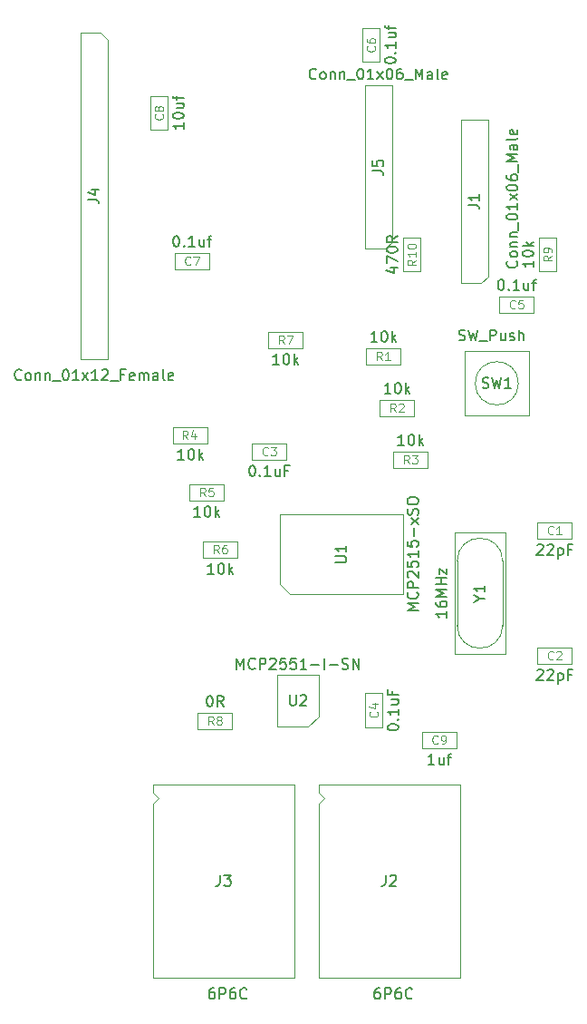
<source format=gbr>
G04 #@! TF.GenerationSoftware,KiCad,Pcbnew,(5.1.4)-1*
G04 #@! TF.CreationDate,2019-11-01T17:51:28+00:00*
G04 #@! TF.ProjectId,canbus_boiler_switch,63616e62-7573-45f6-926f-696c65725f73,rev?*
G04 #@! TF.SameCoordinates,Original*
G04 #@! TF.FileFunction,Other,Fab,Top*
%FSLAX46Y46*%
G04 Gerber Fmt 4.6, Leading zero omitted, Abs format (unit mm)*
G04 Created by KiCad (PCBNEW (5.1.4)-1) date 2019-11-01 17:51:28*
%MOMM*%
%LPD*%
G04 APERTURE LIST*
%ADD10C,0.100000*%
%ADD11C,0.150000*%
%ADD12C,0.120000*%
G04 APERTURE END LIST*
D10*
X82720000Y-148335000D02*
X82085000Y-148970000D01*
X82720000Y-133730000D02*
X82720000Y-148335000D01*
X80180000Y-133730000D02*
X82720000Y-133730000D01*
X80180000Y-148970000D02*
X80180000Y-133730000D01*
X82085000Y-148970000D02*
X80180000Y-148970000D01*
X88817000Y-184117000D02*
G75*
G03X93047000Y-184117000I2115000J0D01*
G01*
X88817000Y-178087000D02*
G75*
G02X93047000Y-178087000I2115000J0D01*
G01*
X88817000Y-178087000D02*
X88817000Y-184117000D01*
X93047000Y-178087000D02*
X93047000Y-184117000D01*
X93282000Y-186802000D02*
X93282000Y-175402000D01*
X88582000Y-186802000D02*
X93282000Y-186802000D01*
X88582000Y-175402000D02*
X88582000Y-186802000D01*
X93282000Y-175402000D02*
X88582000Y-175402000D01*
X60390000Y-216984000D02*
X60390000Y-200734000D01*
X60390000Y-198984000D02*
X73590000Y-198984000D01*
X73590000Y-198984000D02*
X73590000Y-216984000D01*
X73590000Y-216984000D02*
X60390000Y-216984000D01*
X60390000Y-200734000D02*
X60890000Y-200234000D01*
X60890000Y-200234000D02*
X60390000Y-199734000D01*
X60390000Y-199734000D02*
X60390000Y-198984000D01*
X75860000Y-216984000D02*
X75860000Y-200734000D01*
X75860000Y-198984000D02*
X89060000Y-198984000D01*
X89060000Y-198984000D02*
X89060000Y-216984000D01*
X89060000Y-216984000D02*
X75860000Y-216984000D01*
X75860000Y-200734000D02*
X76360000Y-200234000D01*
X76360000Y-200234000D02*
X75860000Y-199734000D01*
X75860000Y-199734000D02*
X75860000Y-198984000D01*
X75864000Y-192610000D02*
X74889000Y-193585000D01*
X75864000Y-188685000D02*
X75864000Y-192610000D01*
X71964000Y-188685000D02*
X75864000Y-188685000D01*
X71964000Y-193585000D02*
X71964000Y-188685000D01*
X74889000Y-193585000D02*
X71964000Y-193585000D01*
X94523564Y-161508000D02*
G75*
G03X94523564Y-161508000I-2015564J0D01*
G01*
X95508000Y-164508000D02*
X92508000Y-164508000D01*
X95508000Y-158508000D02*
X95508000Y-164508000D01*
X89508000Y-158508000D02*
X95508000Y-158508000D01*
X89508000Y-164508000D02*
X89508000Y-158508000D01*
X92508000Y-164508000D02*
X89508000Y-164508000D01*
X53594000Y-159258000D02*
X53594000Y-128778000D01*
X56134000Y-159258000D02*
X53594000Y-159258000D01*
X56134000Y-129413000D02*
X56134000Y-159258000D01*
X55499000Y-128778000D02*
X56134000Y-129413000D01*
X53594000Y-128778000D02*
X55499000Y-128778000D01*
X73203000Y-181218000D02*
X72203000Y-180218000D01*
X83753000Y-181218000D02*
X73203000Y-181218000D01*
X83753000Y-173718000D02*
X83753000Y-181218000D01*
X72203000Y-173718000D02*
X83753000Y-173718000D01*
X72203000Y-180218000D02*
X72203000Y-173718000D01*
X83782000Y-151076000D02*
X83782000Y-147876000D01*
X85382000Y-151076000D02*
X83782000Y-151076000D01*
X85382000Y-147876000D02*
X85382000Y-151076000D01*
X83782000Y-147876000D02*
X85382000Y-147876000D01*
X96482000Y-151076000D02*
X96482000Y-147876000D01*
X98082000Y-151076000D02*
X96482000Y-151076000D01*
X98082000Y-147876000D02*
X98082000Y-151076000D01*
X96482000Y-147876000D02*
X98082000Y-147876000D01*
X64564000Y-192240000D02*
X67764000Y-192240000D01*
X64564000Y-193840000D02*
X64564000Y-192240000D01*
X67764000Y-193840000D02*
X64564000Y-193840000D01*
X67764000Y-192240000D02*
X67764000Y-193840000D01*
X74368000Y-158280000D02*
X71168000Y-158280000D01*
X74368000Y-156680000D02*
X74368000Y-158280000D01*
X71168000Y-156680000D02*
X74368000Y-156680000D01*
X71168000Y-158280000D02*
X71168000Y-156680000D01*
X68272000Y-177838000D02*
X65072000Y-177838000D01*
X68272000Y-176238000D02*
X68272000Y-177838000D01*
X65072000Y-176238000D02*
X68272000Y-176238000D01*
X65072000Y-177838000D02*
X65072000Y-176238000D01*
X67002000Y-172504000D02*
X63802000Y-172504000D01*
X67002000Y-170904000D02*
X67002000Y-172504000D01*
X63802000Y-170904000D02*
X67002000Y-170904000D01*
X63802000Y-172504000D02*
X63802000Y-170904000D01*
X65478000Y-167170000D02*
X62278000Y-167170000D01*
X65478000Y-165570000D02*
X65478000Y-167170000D01*
X62278000Y-165570000D02*
X65478000Y-165570000D01*
X62278000Y-167170000D02*
X62278000Y-165570000D01*
X82852000Y-167856000D02*
X86052000Y-167856000D01*
X82852000Y-169456000D02*
X82852000Y-167856000D01*
X86052000Y-169456000D02*
X82852000Y-169456000D01*
X86052000Y-167856000D02*
X86052000Y-169456000D01*
X81588000Y-163030000D02*
X84788000Y-163030000D01*
X81588000Y-164630000D02*
X81588000Y-163030000D01*
X84788000Y-164630000D02*
X81588000Y-164630000D01*
X84788000Y-163030000D02*
X84788000Y-164630000D01*
X80318000Y-158204000D02*
X83518000Y-158204000D01*
X80318000Y-159804000D02*
X80318000Y-158204000D01*
X83518000Y-159804000D02*
X80318000Y-159804000D01*
X83518000Y-158204000D02*
X83518000Y-159804000D01*
X91694000Y-151511000D02*
X91059000Y-152146000D01*
X91694000Y-136906000D02*
X91694000Y-151511000D01*
X89154000Y-136906000D02*
X91694000Y-136906000D01*
X89154000Y-152146000D02*
X89154000Y-136906000D01*
X91059000Y-152146000D02*
X89154000Y-152146000D01*
X88722000Y-195618000D02*
X85522000Y-195618000D01*
X88722000Y-194018000D02*
X88722000Y-195618000D01*
X85522000Y-194018000D02*
X88722000Y-194018000D01*
X85522000Y-195618000D02*
X85522000Y-194018000D01*
X61760000Y-134668000D02*
X61760000Y-137868000D01*
X60160000Y-134668000D02*
X61760000Y-134668000D01*
X60160000Y-137868000D02*
X60160000Y-134668000D01*
X61760000Y-137868000D02*
X60160000Y-137868000D01*
X62408000Y-149314000D02*
X65608000Y-149314000D01*
X62408000Y-150914000D02*
X62408000Y-149314000D01*
X65608000Y-150914000D02*
X62408000Y-150914000D01*
X65608000Y-149314000D02*
X65608000Y-150914000D01*
X81572000Y-128318000D02*
X81572000Y-131518000D01*
X79972000Y-128318000D02*
X81572000Y-128318000D01*
X79972000Y-131518000D02*
X79972000Y-128318000D01*
X81572000Y-131518000D02*
X79972000Y-131518000D01*
X92758000Y-153378000D02*
X95958000Y-153378000D01*
X92758000Y-154978000D02*
X92758000Y-153378000D01*
X95958000Y-154978000D02*
X92758000Y-154978000D01*
X95958000Y-153378000D02*
X95958000Y-154978000D01*
X81826000Y-193624000D02*
X80226000Y-193624000D01*
X80226000Y-193624000D02*
X80226000Y-190424000D01*
X80226000Y-190424000D02*
X81826000Y-190424000D01*
X81826000Y-190424000D02*
X81826000Y-193624000D01*
X72844000Y-168694000D02*
X69644000Y-168694000D01*
X72844000Y-167094000D02*
X72844000Y-168694000D01*
X69644000Y-167094000D02*
X72844000Y-167094000D01*
X69644000Y-168694000D02*
X69644000Y-167094000D01*
X99520000Y-187744000D02*
X96320000Y-187744000D01*
X99520000Y-186144000D02*
X99520000Y-187744000D01*
X96320000Y-186144000D02*
X99520000Y-186144000D01*
X96320000Y-187744000D02*
X96320000Y-186144000D01*
X99520000Y-176060000D02*
X96320000Y-176060000D01*
X99520000Y-174460000D02*
X99520000Y-176060000D01*
X96320000Y-174460000D02*
X99520000Y-174460000D01*
X96320000Y-176060000D02*
X96320000Y-174460000D01*
D11*
X75616666Y-133027142D02*
X75569047Y-133074761D01*
X75426190Y-133122380D01*
X75330952Y-133122380D01*
X75188095Y-133074761D01*
X75092857Y-132979523D01*
X75045238Y-132884285D01*
X74997619Y-132693809D01*
X74997619Y-132550952D01*
X75045238Y-132360476D01*
X75092857Y-132265238D01*
X75188095Y-132170000D01*
X75330952Y-132122380D01*
X75426190Y-132122380D01*
X75569047Y-132170000D01*
X75616666Y-132217619D01*
X76188095Y-133122380D02*
X76092857Y-133074761D01*
X76045238Y-133027142D01*
X75997619Y-132931904D01*
X75997619Y-132646190D01*
X76045238Y-132550952D01*
X76092857Y-132503333D01*
X76188095Y-132455714D01*
X76330952Y-132455714D01*
X76426190Y-132503333D01*
X76473809Y-132550952D01*
X76521428Y-132646190D01*
X76521428Y-132931904D01*
X76473809Y-133027142D01*
X76426190Y-133074761D01*
X76330952Y-133122380D01*
X76188095Y-133122380D01*
X76950000Y-132455714D02*
X76950000Y-133122380D01*
X76950000Y-132550952D02*
X76997619Y-132503333D01*
X77092857Y-132455714D01*
X77235714Y-132455714D01*
X77330952Y-132503333D01*
X77378571Y-132598571D01*
X77378571Y-133122380D01*
X77854761Y-132455714D02*
X77854761Y-133122380D01*
X77854761Y-132550952D02*
X77902380Y-132503333D01*
X77997619Y-132455714D01*
X78140476Y-132455714D01*
X78235714Y-132503333D01*
X78283333Y-132598571D01*
X78283333Y-133122380D01*
X78521428Y-133217619D02*
X79283333Y-133217619D01*
X79711904Y-132122380D02*
X79807142Y-132122380D01*
X79902380Y-132170000D01*
X79950000Y-132217619D01*
X79997619Y-132312857D01*
X80045238Y-132503333D01*
X80045238Y-132741428D01*
X79997619Y-132931904D01*
X79950000Y-133027142D01*
X79902380Y-133074761D01*
X79807142Y-133122380D01*
X79711904Y-133122380D01*
X79616666Y-133074761D01*
X79569047Y-133027142D01*
X79521428Y-132931904D01*
X79473809Y-132741428D01*
X79473809Y-132503333D01*
X79521428Y-132312857D01*
X79569047Y-132217619D01*
X79616666Y-132170000D01*
X79711904Y-132122380D01*
X80997619Y-133122380D02*
X80426190Y-133122380D01*
X80711904Y-133122380D02*
X80711904Y-132122380D01*
X80616666Y-132265238D01*
X80521428Y-132360476D01*
X80426190Y-132408095D01*
X81330952Y-133122380D02*
X81854761Y-132455714D01*
X81330952Y-132455714D02*
X81854761Y-133122380D01*
X82426190Y-132122380D02*
X82521428Y-132122380D01*
X82616666Y-132170000D01*
X82664285Y-132217619D01*
X82711904Y-132312857D01*
X82759523Y-132503333D01*
X82759523Y-132741428D01*
X82711904Y-132931904D01*
X82664285Y-133027142D01*
X82616666Y-133074761D01*
X82521428Y-133122380D01*
X82426190Y-133122380D01*
X82330952Y-133074761D01*
X82283333Y-133027142D01*
X82235714Y-132931904D01*
X82188095Y-132741428D01*
X82188095Y-132503333D01*
X82235714Y-132312857D01*
X82283333Y-132217619D01*
X82330952Y-132170000D01*
X82426190Y-132122380D01*
X83616666Y-132122380D02*
X83426190Y-132122380D01*
X83330952Y-132170000D01*
X83283333Y-132217619D01*
X83188095Y-132360476D01*
X83140476Y-132550952D01*
X83140476Y-132931904D01*
X83188095Y-133027142D01*
X83235714Y-133074761D01*
X83330952Y-133122380D01*
X83521428Y-133122380D01*
X83616666Y-133074761D01*
X83664285Y-133027142D01*
X83711904Y-132931904D01*
X83711904Y-132693809D01*
X83664285Y-132598571D01*
X83616666Y-132550952D01*
X83521428Y-132503333D01*
X83330952Y-132503333D01*
X83235714Y-132550952D01*
X83188095Y-132598571D01*
X83140476Y-132693809D01*
X83902380Y-133217619D02*
X84664285Y-133217619D01*
X84902380Y-133122380D02*
X84902380Y-132122380D01*
X85235714Y-132836666D01*
X85569047Y-132122380D01*
X85569047Y-133122380D01*
X86473809Y-133122380D02*
X86473809Y-132598571D01*
X86426190Y-132503333D01*
X86330952Y-132455714D01*
X86140476Y-132455714D01*
X86045238Y-132503333D01*
X86473809Y-133074761D02*
X86378571Y-133122380D01*
X86140476Y-133122380D01*
X86045238Y-133074761D01*
X85997619Y-132979523D01*
X85997619Y-132884285D01*
X86045238Y-132789047D01*
X86140476Y-132741428D01*
X86378571Y-132741428D01*
X86473809Y-132693809D01*
X87092857Y-133122380D02*
X86997619Y-133074761D01*
X86950000Y-132979523D01*
X86950000Y-132122380D01*
X87854761Y-133074761D02*
X87759523Y-133122380D01*
X87569047Y-133122380D01*
X87473809Y-133074761D01*
X87426190Y-132979523D01*
X87426190Y-132598571D01*
X87473809Y-132503333D01*
X87569047Y-132455714D01*
X87759523Y-132455714D01*
X87854761Y-132503333D01*
X87902380Y-132598571D01*
X87902380Y-132693809D01*
X87426190Y-132789047D01*
X80902380Y-141683333D02*
X81616666Y-141683333D01*
X81759523Y-141730952D01*
X81854761Y-141826190D01*
X81902380Y-141969047D01*
X81902380Y-142064285D01*
X80902380Y-140730952D02*
X80902380Y-141207142D01*
X81378571Y-141254761D01*
X81330952Y-141207142D01*
X81283333Y-141111904D01*
X81283333Y-140873809D01*
X81330952Y-140778571D01*
X81378571Y-140730952D01*
X81473809Y-140683333D01*
X81711904Y-140683333D01*
X81807142Y-140730952D01*
X81854761Y-140778571D01*
X81902380Y-140873809D01*
X81902380Y-141111904D01*
X81854761Y-141207142D01*
X81807142Y-141254761D01*
X87834380Y-182792476D02*
X87834380Y-183363904D01*
X87834380Y-183078190D02*
X86834380Y-183078190D01*
X86977238Y-183173428D01*
X87072476Y-183268666D01*
X87120095Y-183363904D01*
X86834380Y-181935333D02*
X86834380Y-182125809D01*
X86882000Y-182221047D01*
X86929619Y-182268666D01*
X87072476Y-182363904D01*
X87262952Y-182411523D01*
X87643904Y-182411523D01*
X87739142Y-182363904D01*
X87786761Y-182316285D01*
X87834380Y-182221047D01*
X87834380Y-182030571D01*
X87786761Y-181935333D01*
X87739142Y-181887714D01*
X87643904Y-181840095D01*
X87405809Y-181840095D01*
X87310571Y-181887714D01*
X87262952Y-181935333D01*
X87215333Y-182030571D01*
X87215333Y-182221047D01*
X87262952Y-182316285D01*
X87310571Y-182363904D01*
X87405809Y-182411523D01*
X87834380Y-181411523D02*
X86834380Y-181411523D01*
X87548666Y-181078190D01*
X86834380Y-180744857D01*
X87834380Y-180744857D01*
X87834380Y-180268666D02*
X86834380Y-180268666D01*
X87310571Y-180268666D02*
X87310571Y-179697238D01*
X87834380Y-179697238D02*
X86834380Y-179697238D01*
X87167714Y-179316285D02*
X87167714Y-178792476D01*
X87834380Y-179316285D01*
X87834380Y-178792476D01*
X90908190Y-181578190D02*
X91384380Y-181578190D01*
X90384380Y-181911523D02*
X90908190Y-181578190D01*
X90384380Y-181244857D01*
X91384380Y-180387714D02*
X91384380Y-180959142D01*
X91384380Y-180673428D02*
X90384380Y-180673428D01*
X90527238Y-180768666D01*
X90622476Y-180863904D01*
X90670095Y-180959142D01*
X66074285Y-217966380D02*
X65883809Y-217966380D01*
X65788571Y-218014000D01*
X65740952Y-218061619D01*
X65645714Y-218204476D01*
X65598095Y-218394952D01*
X65598095Y-218775904D01*
X65645714Y-218871142D01*
X65693333Y-218918761D01*
X65788571Y-218966380D01*
X65979047Y-218966380D01*
X66074285Y-218918761D01*
X66121904Y-218871142D01*
X66169523Y-218775904D01*
X66169523Y-218537809D01*
X66121904Y-218442571D01*
X66074285Y-218394952D01*
X65979047Y-218347333D01*
X65788571Y-218347333D01*
X65693333Y-218394952D01*
X65645714Y-218442571D01*
X65598095Y-218537809D01*
X66598095Y-218966380D02*
X66598095Y-217966380D01*
X66979047Y-217966380D01*
X67074285Y-218014000D01*
X67121904Y-218061619D01*
X67169523Y-218156857D01*
X67169523Y-218299714D01*
X67121904Y-218394952D01*
X67074285Y-218442571D01*
X66979047Y-218490190D01*
X66598095Y-218490190D01*
X68026666Y-217966380D02*
X67836190Y-217966380D01*
X67740952Y-218014000D01*
X67693333Y-218061619D01*
X67598095Y-218204476D01*
X67550476Y-218394952D01*
X67550476Y-218775904D01*
X67598095Y-218871142D01*
X67645714Y-218918761D01*
X67740952Y-218966380D01*
X67931428Y-218966380D01*
X68026666Y-218918761D01*
X68074285Y-218871142D01*
X68121904Y-218775904D01*
X68121904Y-218537809D01*
X68074285Y-218442571D01*
X68026666Y-218394952D01*
X67931428Y-218347333D01*
X67740952Y-218347333D01*
X67645714Y-218394952D01*
X67598095Y-218442571D01*
X67550476Y-218537809D01*
X69121904Y-218871142D02*
X69074285Y-218918761D01*
X68931428Y-218966380D01*
X68836190Y-218966380D01*
X68693333Y-218918761D01*
X68598095Y-218823523D01*
X68550476Y-218728285D01*
X68502857Y-218537809D01*
X68502857Y-218394952D01*
X68550476Y-218204476D01*
X68598095Y-218109238D01*
X68693333Y-218014000D01*
X68836190Y-217966380D01*
X68931428Y-217966380D01*
X69074285Y-218014000D01*
X69121904Y-218061619D01*
X66646666Y-207426380D02*
X66646666Y-208140666D01*
X66599047Y-208283523D01*
X66503809Y-208378761D01*
X66360952Y-208426380D01*
X66265714Y-208426380D01*
X67027619Y-207426380D02*
X67646666Y-207426380D01*
X67313333Y-207807333D01*
X67456190Y-207807333D01*
X67551428Y-207854952D01*
X67599047Y-207902571D01*
X67646666Y-207997809D01*
X67646666Y-208235904D01*
X67599047Y-208331142D01*
X67551428Y-208378761D01*
X67456190Y-208426380D01*
X67170476Y-208426380D01*
X67075238Y-208378761D01*
X67027619Y-208331142D01*
X81544285Y-217966380D02*
X81353809Y-217966380D01*
X81258571Y-218014000D01*
X81210952Y-218061619D01*
X81115714Y-218204476D01*
X81068095Y-218394952D01*
X81068095Y-218775904D01*
X81115714Y-218871142D01*
X81163333Y-218918761D01*
X81258571Y-218966380D01*
X81449047Y-218966380D01*
X81544285Y-218918761D01*
X81591904Y-218871142D01*
X81639523Y-218775904D01*
X81639523Y-218537809D01*
X81591904Y-218442571D01*
X81544285Y-218394952D01*
X81449047Y-218347333D01*
X81258571Y-218347333D01*
X81163333Y-218394952D01*
X81115714Y-218442571D01*
X81068095Y-218537809D01*
X82068095Y-218966380D02*
X82068095Y-217966380D01*
X82449047Y-217966380D01*
X82544285Y-218014000D01*
X82591904Y-218061619D01*
X82639523Y-218156857D01*
X82639523Y-218299714D01*
X82591904Y-218394952D01*
X82544285Y-218442571D01*
X82449047Y-218490190D01*
X82068095Y-218490190D01*
X83496666Y-217966380D02*
X83306190Y-217966380D01*
X83210952Y-218014000D01*
X83163333Y-218061619D01*
X83068095Y-218204476D01*
X83020476Y-218394952D01*
X83020476Y-218775904D01*
X83068095Y-218871142D01*
X83115714Y-218918761D01*
X83210952Y-218966380D01*
X83401428Y-218966380D01*
X83496666Y-218918761D01*
X83544285Y-218871142D01*
X83591904Y-218775904D01*
X83591904Y-218537809D01*
X83544285Y-218442571D01*
X83496666Y-218394952D01*
X83401428Y-218347333D01*
X83210952Y-218347333D01*
X83115714Y-218394952D01*
X83068095Y-218442571D01*
X83020476Y-218537809D01*
X84591904Y-218871142D02*
X84544285Y-218918761D01*
X84401428Y-218966380D01*
X84306190Y-218966380D01*
X84163333Y-218918761D01*
X84068095Y-218823523D01*
X84020476Y-218728285D01*
X83972857Y-218537809D01*
X83972857Y-218394952D01*
X84020476Y-218204476D01*
X84068095Y-218109238D01*
X84163333Y-218014000D01*
X84306190Y-217966380D01*
X84401428Y-217966380D01*
X84544285Y-218014000D01*
X84591904Y-218061619D01*
X82116666Y-207426380D02*
X82116666Y-208140666D01*
X82069047Y-208283523D01*
X81973809Y-208378761D01*
X81830952Y-208426380D01*
X81735714Y-208426380D01*
X82545238Y-207521619D02*
X82592857Y-207474000D01*
X82688095Y-207426380D01*
X82926190Y-207426380D01*
X83021428Y-207474000D01*
X83069047Y-207521619D01*
X83116666Y-207616857D01*
X83116666Y-207712095D01*
X83069047Y-207854952D01*
X82497619Y-208426380D01*
X83116666Y-208426380D01*
X68199714Y-188187380D02*
X68199714Y-187187380D01*
X68533047Y-187901666D01*
X68866380Y-187187380D01*
X68866380Y-188187380D01*
X69914000Y-188092142D02*
X69866380Y-188139761D01*
X69723523Y-188187380D01*
X69628285Y-188187380D01*
X69485428Y-188139761D01*
X69390190Y-188044523D01*
X69342571Y-187949285D01*
X69294952Y-187758809D01*
X69294952Y-187615952D01*
X69342571Y-187425476D01*
X69390190Y-187330238D01*
X69485428Y-187235000D01*
X69628285Y-187187380D01*
X69723523Y-187187380D01*
X69866380Y-187235000D01*
X69914000Y-187282619D01*
X70342571Y-188187380D02*
X70342571Y-187187380D01*
X70723523Y-187187380D01*
X70818761Y-187235000D01*
X70866380Y-187282619D01*
X70914000Y-187377857D01*
X70914000Y-187520714D01*
X70866380Y-187615952D01*
X70818761Y-187663571D01*
X70723523Y-187711190D01*
X70342571Y-187711190D01*
X71294952Y-187282619D02*
X71342571Y-187235000D01*
X71437809Y-187187380D01*
X71675904Y-187187380D01*
X71771142Y-187235000D01*
X71818761Y-187282619D01*
X71866380Y-187377857D01*
X71866380Y-187473095D01*
X71818761Y-187615952D01*
X71247333Y-188187380D01*
X71866380Y-188187380D01*
X72771142Y-187187380D02*
X72294952Y-187187380D01*
X72247333Y-187663571D01*
X72294952Y-187615952D01*
X72390190Y-187568333D01*
X72628285Y-187568333D01*
X72723523Y-187615952D01*
X72771142Y-187663571D01*
X72818761Y-187758809D01*
X72818761Y-187996904D01*
X72771142Y-188092142D01*
X72723523Y-188139761D01*
X72628285Y-188187380D01*
X72390190Y-188187380D01*
X72294952Y-188139761D01*
X72247333Y-188092142D01*
X73723523Y-187187380D02*
X73247333Y-187187380D01*
X73199714Y-187663571D01*
X73247333Y-187615952D01*
X73342571Y-187568333D01*
X73580666Y-187568333D01*
X73675904Y-187615952D01*
X73723523Y-187663571D01*
X73771142Y-187758809D01*
X73771142Y-187996904D01*
X73723523Y-188092142D01*
X73675904Y-188139761D01*
X73580666Y-188187380D01*
X73342571Y-188187380D01*
X73247333Y-188139761D01*
X73199714Y-188092142D01*
X74723523Y-188187380D02*
X74152095Y-188187380D01*
X74437809Y-188187380D02*
X74437809Y-187187380D01*
X74342571Y-187330238D01*
X74247333Y-187425476D01*
X74152095Y-187473095D01*
X75152095Y-187806428D02*
X75914000Y-187806428D01*
X76390190Y-188187380D02*
X76390190Y-187187380D01*
X76866380Y-187806428D02*
X77628285Y-187806428D01*
X78056857Y-188139761D02*
X78199714Y-188187380D01*
X78437809Y-188187380D01*
X78533047Y-188139761D01*
X78580666Y-188092142D01*
X78628285Y-187996904D01*
X78628285Y-187901666D01*
X78580666Y-187806428D01*
X78533047Y-187758809D01*
X78437809Y-187711190D01*
X78247333Y-187663571D01*
X78152095Y-187615952D01*
X78104476Y-187568333D01*
X78056857Y-187473095D01*
X78056857Y-187377857D01*
X78104476Y-187282619D01*
X78152095Y-187235000D01*
X78247333Y-187187380D01*
X78485428Y-187187380D01*
X78628285Y-187235000D01*
X79056857Y-188187380D02*
X79056857Y-187187380D01*
X79628285Y-188187380D01*
X79628285Y-187187380D01*
X73167333Y-190598333D02*
X73167333Y-191391666D01*
X73214000Y-191485000D01*
X73260666Y-191531666D01*
X73354000Y-191578333D01*
X73540666Y-191578333D01*
X73634000Y-191531666D01*
X73680666Y-191485000D01*
X73727333Y-191391666D01*
X73727333Y-190598333D01*
X74147333Y-190691666D02*
X74194000Y-190645000D01*
X74287333Y-190598333D01*
X74520666Y-190598333D01*
X74614000Y-190645000D01*
X74660666Y-190691666D01*
X74707333Y-190785000D01*
X74707333Y-190878333D01*
X74660666Y-191018333D01*
X74100666Y-191578333D01*
X74707333Y-191578333D01*
X88960380Y-157462761D02*
X89103238Y-157510380D01*
X89341333Y-157510380D01*
X89436571Y-157462761D01*
X89484190Y-157415142D01*
X89531809Y-157319904D01*
X89531809Y-157224666D01*
X89484190Y-157129428D01*
X89436571Y-157081809D01*
X89341333Y-157034190D01*
X89150857Y-156986571D01*
X89055619Y-156938952D01*
X89008000Y-156891333D01*
X88960380Y-156796095D01*
X88960380Y-156700857D01*
X89008000Y-156605619D01*
X89055619Y-156558000D01*
X89150857Y-156510380D01*
X89388952Y-156510380D01*
X89531809Y-156558000D01*
X89865142Y-156510380D02*
X90103238Y-157510380D01*
X90293714Y-156796095D01*
X90484190Y-157510380D01*
X90722285Y-156510380D01*
X90865142Y-157605619D02*
X91627047Y-157605619D01*
X91865142Y-157510380D02*
X91865142Y-156510380D01*
X92246095Y-156510380D01*
X92341333Y-156558000D01*
X92388952Y-156605619D01*
X92436571Y-156700857D01*
X92436571Y-156843714D01*
X92388952Y-156938952D01*
X92341333Y-156986571D01*
X92246095Y-157034190D01*
X91865142Y-157034190D01*
X93293714Y-156843714D02*
X93293714Y-157510380D01*
X92865142Y-156843714D02*
X92865142Y-157367523D01*
X92912761Y-157462761D01*
X93008000Y-157510380D01*
X93150857Y-157510380D01*
X93246095Y-157462761D01*
X93293714Y-157415142D01*
X93722285Y-157462761D02*
X93817523Y-157510380D01*
X94008000Y-157510380D01*
X94103238Y-157462761D01*
X94150857Y-157367523D01*
X94150857Y-157319904D01*
X94103238Y-157224666D01*
X94008000Y-157177047D01*
X93865142Y-157177047D01*
X93769904Y-157129428D01*
X93722285Y-157034190D01*
X93722285Y-156986571D01*
X93769904Y-156891333D01*
X93865142Y-156843714D01*
X94008000Y-156843714D01*
X94103238Y-156891333D01*
X94579428Y-157510380D02*
X94579428Y-156510380D01*
X95008000Y-157510380D02*
X95008000Y-156986571D01*
X94960380Y-156891333D01*
X94865142Y-156843714D01*
X94722285Y-156843714D01*
X94627047Y-156891333D01*
X94579428Y-156938952D01*
X91174666Y-161912761D02*
X91317523Y-161960380D01*
X91555619Y-161960380D01*
X91650857Y-161912761D01*
X91698476Y-161865142D01*
X91746095Y-161769904D01*
X91746095Y-161674666D01*
X91698476Y-161579428D01*
X91650857Y-161531809D01*
X91555619Y-161484190D01*
X91365142Y-161436571D01*
X91269904Y-161388952D01*
X91222285Y-161341333D01*
X91174666Y-161246095D01*
X91174666Y-161150857D01*
X91222285Y-161055619D01*
X91269904Y-161008000D01*
X91365142Y-160960380D01*
X91603238Y-160960380D01*
X91746095Y-161008000D01*
X92079428Y-160960380D02*
X92317523Y-161960380D01*
X92508000Y-161246095D01*
X92698476Y-161960380D01*
X92936571Y-160960380D01*
X93841333Y-161960380D02*
X93269904Y-161960380D01*
X93555619Y-161960380D02*
X93555619Y-160960380D01*
X93460380Y-161103238D01*
X93365142Y-161198476D01*
X93269904Y-161246095D01*
X48078285Y-161115142D02*
X48030666Y-161162761D01*
X47887809Y-161210380D01*
X47792571Y-161210380D01*
X47649714Y-161162761D01*
X47554476Y-161067523D01*
X47506857Y-160972285D01*
X47459238Y-160781809D01*
X47459238Y-160638952D01*
X47506857Y-160448476D01*
X47554476Y-160353238D01*
X47649714Y-160258000D01*
X47792571Y-160210380D01*
X47887809Y-160210380D01*
X48030666Y-160258000D01*
X48078285Y-160305619D01*
X48649714Y-161210380D02*
X48554476Y-161162761D01*
X48506857Y-161115142D01*
X48459238Y-161019904D01*
X48459238Y-160734190D01*
X48506857Y-160638952D01*
X48554476Y-160591333D01*
X48649714Y-160543714D01*
X48792571Y-160543714D01*
X48887809Y-160591333D01*
X48935428Y-160638952D01*
X48983047Y-160734190D01*
X48983047Y-161019904D01*
X48935428Y-161115142D01*
X48887809Y-161162761D01*
X48792571Y-161210380D01*
X48649714Y-161210380D01*
X49411619Y-160543714D02*
X49411619Y-161210380D01*
X49411619Y-160638952D02*
X49459238Y-160591333D01*
X49554476Y-160543714D01*
X49697333Y-160543714D01*
X49792571Y-160591333D01*
X49840190Y-160686571D01*
X49840190Y-161210380D01*
X50316380Y-160543714D02*
X50316380Y-161210380D01*
X50316380Y-160638952D02*
X50364000Y-160591333D01*
X50459238Y-160543714D01*
X50602095Y-160543714D01*
X50697333Y-160591333D01*
X50744952Y-160686571D01*
X50744952Y-161210380D01*
X50983047Y-161305619D02*
X51744952Y-161305619D01*
X52173523Y-160210380D02*
X52268761Y-160210380D01*
X52364000Y-160258000D01*
X52411619Y-160305619D01*
X52459238Y-160400857D01*
X52506857Y-160591333D01*
X52506857Y-160829428D01*
X52459238Y-161019904D01*
X52411619Y-161115142D01*
X52364000Y-161162761D01*
X52268761Y-161210380D01*
X52173523Y-161210380D01*
X52078285Y-161162761D01*
X52030666Y-161115142D01*
X51983047Y-161019904D01*
X51935428Y-160829428D01*
X51935428Y-160591333D01*
X51983047Y-160400857D01*
X52030666Y-160305619D01*
X52078285Y-160258000D01*
X52173523Y-160210380D01*
X53459238Y-161210380D02*
X52887809Y-161210380D01*
X53173523Y-161210380D02*
X53173523Y-160210380D01*
X53078285Y-160353238D01*
X52983047Y-160448476D01*
X52887809Y-160496095D01*
X53792571Y-161210380D02*
X54316380Y-160543714D01*
X53792571Y-160543714D02*
X54316380Y-161210380D01*
X55221142Y-161210380D02*
X54649714Y-161210380D01*
X54935428Y-161210380D02*
X54935428Y-160210380D01*
X54840190Y-160353238D01*
X54744952Y-160448476D01*
X54649714Y-160496095D01*
X55602095Y-160305619D02*
X55649714Y-160258000D01*
X55744952Y-160210380D01*
X55983047Y-160210380D01*
X56078285Y-160258000D01*
X56125904Y-160305619D01*
X56173523Y-160400857D01*
X56173523Y-160496095D01*
X56125904Y-160638952D01*
X55554476Y-161210380D01*
X56173523Y-161210380D01*
X56364000Y-161305619D02*
X57125904Y-161305619D01*
X57697333Y-160686571D02*
X57364000Y-160686571D01*
X57364000Y-161210380D02*
X57364000Y-160210380D01*
X57840190Y-160210380D01*
X58602095Y-161162761D02*
X58506857Y-161210380D01*
X58316380Y-161210380D01*
X58221142Y-161162761D01*
X58173523Y-161067523D01*
X58173523Y-160686571D01*
X58221142Y-160591333D01*
X58316380Y-160543714D01*
X58506857Y-160543714D01*
X58602095Y-160591333D01*
X58649714Y-160686571D01*
X58649714Y-160781809D01*
X58173523Y-160877047D01*
X59078285Y-161210380D02*
X59078285Y-160543714D01*
X59078285Y-160638952D02*
X59125904Y-160591333D01*
X59221142Y-160543714D01*
X59364000Y-160543714D01*
X59459238Y-160591333D01*
X59506857Y-160686571D01*
X59506857Y-161210380D01*
X59506857Y-160686571D02*
X59554476Y-160591333D01*
X59649714Y-160543714D01*
X59792571Y-160543714D01*
X59887809Y-160591333D01*
X59935428Y-160686571D01*
X59935428Y-161210380D01*
X60840190Y-161210380D02*
X60840190Y-160686571D01*
X60792571Y-160591333D01*
X60697333Y-160543714D01*
X60506857Y-160543714D01*
X60411619Y-160591333D01*
X60840190Y-161162761D02*
X60744952Y-161210380D01*
X60506857Y-161210380D01*
X60411619Y-161162761D01*
X60364000Y-161067523D01*
X60364000Y-160972285D01*
X60411619Y-160877047D01*
X60506857Y-160829428D01*
X60744952Y-160829428D01*
X60840190Y-160781809D01*
X61459238Y-161210380D02*
X61364000Y-161162761D01*
X61316380Y-161067523D01*
X61316380Y-160210380D01*
X62221142Y-161162761D02*
X62125904Y-161210380D01*
X61935428Y-161210380D01*
X61840190Y-161162761D01*
X61792571Y-161067523D01*
X61792571Y-160686571D01*
X61840190Y-160591333D01*
X61935428Y-160543714D01*
X62125904Y-160543714D01*
X62221142Y-160591333D01*
X62268761Y-160686571D01*
X62268761Y-160781809D01*
X61792571Y-160877047D01*
X54316380Y-144351333D02*
X55030666Y-144351333D01*
X55173523Y-144398952D01*
X55268761Y-144494190D01*
X55316380Y-144637047D01*
X55316380Y-144732285D01*
X54649714Y-143446571D02*
X55316380Y-143446571D01*
X54268761Y-143684666D02*
X54983047Y-143922761D01*
X54983047Y-143303714D01*
X85150380Y-182729904D02*
X84150380Y-182729904D01*
X84864666Y-182396571D01*
X84150380Y-182063238D01*
X85150380Y-182063238D01*
X85055142Y-181015619D02*
X85102761Y-181063238D01*
X85150380Y-181206095D01*
X85150380Y-181301333D01*
X85102761Y-181444190D01*
X85007523Y-181539428D01*
X84912285Y-181587047D01*
X84721809Y-181634666D01*
X84578952Y-181634666D01*
X84388476Y-181587047D01*
X84293238Y-181539428D01*
X84198000Y-181444190D01*
X84150380Y-181301333D01*
X84150380Y-181206095D01*
X84198000Y-181063238D01*
X84245619Y-181015619D01*
X85150380Y-180587047D02*
X84150380Y-180587047D01*
X84150380Y-180206095D01*
X84198000Y-180110857D01*
X84245619Y-180063238D01*
X84340857Y-180015619D01*
X84483714Y-180015619D01*
X84578952Y-180063238D01*
X84626571Y-180110857D01*
X84674190Y-180206095D01*
X84674190Y-180587047D01*
X84245619Y-179634666D02*
X84198000Y-179587047D01*
X84150380Y-179491809D01*
X84150380Y-179253714D01*
X84198000Y-179158476D01*
X84245619Y-179110857D01*
X84340857Y-179063238D01*
X84436095Y-179063238D01*
X84578952Y-179110857D01*
X85150380Y-179682285D01*
X85150380Y-179063238D01*
X84150380Y-178158476D02*
X84150380Y-178634666D01*
X84626571Y-178682285D01*
X84578952Y-178634666D01*
X84531333Y-178539428D01*
X84531333Y-178301333D01*
X84578952Y-178206095D01*
X84626571Y-178158476D01*
X84721809Y-178110857D01*
X84959904Y-178110857D01*
X85055142Y-178158476D01*
X85102761Y-178206095D01*
X85150380Y-178301333D01*
X85150380Y-178539428D01*
X85102761Y-178634666D01*
X85055142Y-178682285D01*
X85150380Y-177158476D02*
X85150380Y-177729904D01*
X85150380Y-177444190D02*
X84150380Y-177444190D01*
X84293238Y-177539428D01*
X84388476Y-177634666D01*
X84436095Y-177729904D01*
X84150380Y-176253714D02*
X84150380Y-176729904D01*
X84626571Y-176777523D01*
X84578952Y-176729904D01*
X84531333Y-176634666D01*
X84531333Y-176396571D01*
X84578952Y-176301333D01*
X84626571Y-176253714D01*
X84721809Y-176206095D01*
X84959904Y-176206095D01*
X85055142Y-176253714D01*
X85102761Y-176301333D01*
X85150380Y-176396571D01*
X85150380Y-176634666D01*
X85102761Y-176729904D01*
X85055142Y-176777523D01*
X84769428Y-175777523D02*
X84769428Y-175015619D01*
X85150380Y-174634666D02*
X84483714Y-174110857D01*
X84483714Y-174634666D02*
X85150380Y-174110857D01*
X85102761Y-173777523D02*
X85150380Y-173634666D01*
X85150380Y-173396571D01*
X85102761Y-173301333D01*
X85055142Y-173253714D01*
X84959904Y-173206095D01*
X84864666Y-173206095D01*
X84769428Y-173253714D01*
X84721809Y-173301333D01*
X84674190Y-173396571D01*
X84626571Y-173587047D01*
X84578952Y-173682285D01*
X84531333Y-173729904D01*
X84436095Y-173777523D01*
X84340857Y-173777523D01*
X84245619Y-173729904D01*
X84198000Y-173682285D01*
X84150380Y-173587047D01*
X84150380Y-173348952D01*
X84198000Y-173206095D01*
X84150380Y-172587047D02*
X84150380Y-172396571D01*
X84198000Y-172301333D01*
X84293238Y-172206095D01*
X84483714Y-172158476D01*
X84817047Y-172158476D01*
X85007523Y-172206095D01*
X85102761Y-172301333D01*
X85150380Y-172396571D01*
X85150380Y-172587047D01*
X85102761Y-172682285D01*
X85007523Y-172777523D01*
X84817047Y-172825142D01*
X84483714Y-172825142D01*
X84293238Y-172777523D01*
X84198000Y-172682285D01*
X84150380Y-172587047D01*
X77430380Y-178229904D02*
X78239904Y-178229904D01*
X78335142Y-178182285D01*
X78382761Y-178134666D01*
X78430380Y-178039428D01*
X78430380Y-177848952D01*
X78382761Y-177753714D01*
X78335142Y-177706095D01*
X78239904Y-177658476D01*
X77430380Y-177658476D01*
X78430380Y-176658476D02*
X78430380Y-177229904D01*
X78430380Y-176944190D02*
X77430380Y-176944190D01*
X77573238Y-177039428D01*
X77668476Y-177134666D01*
X77716095Y-177229904D01*
X82547714Y-150737904D02*
X83214380Y-150737904D01*
X82166761Y-150976000D02*
X82881047Y-151214095D01*
X82881047Y-150595047D01*
X82214380Y-150309333D02*
X82214380Y-149642666D01*
X83214380Y-150071238D01*
X82214380Y-149071238D02*
X82214380Y-148976000D01*
X82262000Y-148880761D01*
X82309619Y-148833142D01*
X82404857Y-148785523D01*
X82595333Y-148737904D01*
X82833428Y-148737904D01*
X83023904Y-148785523D01*
X83119142Y-148833142D01*
X83166761Y-148880761D01*
X83214380Y-148976000D01*
X83214380Y-149071238D01*
X83166761Y-149166476D01*
X83119142Y-149214095D01*
X83023904Y-149261714D01*
X82833428Y-149309333D01*
X82595333Y-149309333D01*
X82404857Y-149261714D01*
X82309619Y-149214095D01*
X82262000Y-149166476D01*
X82214380Y-149071238D01*
X83214380Y-147737904D02*
X82738190Y-148071238D01*
X83214380Y-148309333D02*
X82214380Y-148309333D01*
X82214380Y-147928380D01*
X82262000Y-147833142D01*
X82309619Y-147785523D01*
X82404857Y-147737904D01*
X82547714Y-147737904D01*
X82642952Y-147785523D01*
X82690571Y-147833142D01*
X82738190Y-147928380D01*
X82738190Y-148309333D01*
D12*
X84943904Y-149990285D02*
X84562952Y-150256952D01*
X84943904Y-150447428D02*
X84143904Y-150447428D01*
X84143904Y-150142666D01*
X84182000Y-150066476D01*
X84220095Y-150028380D01*
X84296285Y-149990285D01*
X84410571Y-149990285D01*
X84486761Y-150028380D01*
X84524857Y-150066476D01*
X84562952Y-150142666D01*
X84562952Y-150447428D01*
X84943904Y-149228380D02*
X84943904Y-149685523D01*
X84943904Y-149456952D02*
X84143904Y-149456952D01*
X84258190Y-149533142D01*
X84334380Y-149609333D01*
X84372476Y-149685523D01*
X84143904Y-148733142D02*
X84143904Y-148656952D01*
X84182000Y-148580761D01*
X84220095Y-148542666D01*
X84296285Y-148504571D01*
X84448666Y-148466476D01*
X84639142Y-148466476D01*
X84791523Y-148504571D01*
X84867714Y-148542666D01*
X84905809Y-148580761D01*
X84943904Y-148656952D01*
X84943904Y-148733142D01*
X84905809Y-148809333D01*
X84867714Y-148847428D01*
X84791523Y-148885523D01*
X84639142Y-148923619D01*
X84448666Y-148923619D01*
X84296285Y-148885523D01*
X84220095Y-148847428D01*
X84182000Y-148809333D01*
X84143904Y-148733142D01*
D11*
X95914380Y-150071238D02*
X95914380Y-150642666D01*
X95914380Y-150356952D02*
X94914380Y-150356952D01*
X95057238Y-150452190D01*
X95152476Y-150547428D01*
X95200095Y-150642666D01*
X94914380Y-149452190D02*
X94914380Y-149356952D01*
X94962000Y-149261714D01*
X95009619Y-149214095D01*
X95104857Y-149166476D01*
X95295333Y-149118857D01*
X95533428Y-149118857D01*
X95723904Y-149166476D01*
X95819142Y-149214095D01*
X95866761Y-149261714D01*
X95914380Y-149356952D01*
X95914380Y-149452190D01*
X95866761Y-149547428D01*
X95819142Y-149595047D01*
X95723904Y-149642666D01*
X95533428Y-149690285D01*
X95295333Y-149690285D01*
X95104857Y-149642666D01*
X95009619Y-149595047D01*
X94962000Y-149547428D01*
X94914380Y-149452190D01*
X95914380Y-148690285D02*
X94914380Y-148690285D01*
X95533428Y-148595047D02*
X95914380Y-148309333D01*
X95247714Y-148309333D02*
X95628666Y-148690285D01*
D12*
X97643904Y-149609333D02*
X97262952Y-149876000D01*
X97643904Y-150066476D02*
X96843904Y-150066476D01*
X96843904Y-149761714D01*
X96882000Y-149685523D01*
X96920095Y-149647428D01*
X96996285Y-149609333D01*
X97110571Y-149609333D01*
X97186761Y-149647428D01*
X97224857Y-149685523D01*
X97262952Y-149761714D01*
X97262952Y-150066476D01*
X97643904Y-149228380D02*
X97643904Y-149076000D01*
X97605809Y-148999809D01*
X97567714Y-148961714D01*
X97453428Y-148885523D01*
X97301047Y-148847428D01*
X96996285Y-148847428D01*
X96920095Y-148885523D01*
X96882000Y-148923619D01*
X96843904Y-148999809D01*
X96843904Y-149152190D01*
X96882000Y-149228380D01*
X96920095Y-149266476D01*
X96996285Y-149304571D01*
X97186761Y-149304571D01*
X97262952Y-149266476D01*
X97301047Y-149228380D01*
X97339142Y-149152190D01*
X97339142Y-148999809D01*
X97301047Y-148923619D01*
X97262952Y-148885523D01*
X97186761Y-148847428D01*
D11*
X65616380Y-190672380D02*
X65711619Y-190672380D01*
X65806857Y-190720000D01*
X65854476Y-190767619D01*
X65902095Y-190862857D01*
X65949714Y-191053333D01*
X65949714Y-191291428D01*
X65902095Y-191481904D01*
X65854476Y-191577142D01*
X65806857Y-191624761D01*
X65711619Y-191672380D01*
X65616380Y-191672380D01*
X65521142Y-191624761D01*
X65473523Y-191577142D01*
X65425904Y-191481904D01*
X65378285Y-191291428D01*
X65378285Y-191053333D01*
X65425904Y-190862857D01*
X65473523Y-190767619D01*
X65521142Y-190720000D01*
X65616380Y-190672380D01*
X66949714Y-191672380D02*
X66616380Y-191196190D01*
X66378285Y-191672380D02*
X66378285Y-190672380D01*
X66759238Y-190672380D01*
X66854476Y-190720000D01*
X66902095Y-190767619D01*
X66949714Y-190862857D01*
X66949714Y-191005714D01*
X66902095Y-191100952D01*
X66854476Y-191148571D01*
X66759238Y-191196190D01*
X66378285Y-191196190D01*
D12*
X66030666Y-193401904D02*
X65764000Y-193020952D01*
X65573523Y-193401904D02*
X65573523Y-192601904D01*
X65878285Y-192601904D01*
X65954476Y-192640000D01*
X65992571Y-192678095D01*
X66030666Y-192754285D01*
X66030666Y-192868571D01*
X65992571Y-192944761D01*
X65954476Y-192982857D01*
X65878285Y-193020952D01*
X65573523Y-193020952D01*
X66487809Y-192944761D02*
X66411619Y-192906666D01*
X66373523Y-192868571D01*
X66335428Y-192792380D01*
X66335428Y-192754285D01*
X66373523Y-192678095D01*
X66411619Y-192640000D01*
X66487809Y-192601904D01*
X66640190Y-192601904D01*
X66716380Y-192640000D01*
X66754476Y-192678095D01*
X66792571Y-192754285D01*
X66792571Y-192792380D01*
X66754476Y-192868571D01*
X66716380Y-192906666D01*
X66640190Y-192944761D01*
X66487809Y-192944761D01*
X66411619Y-192982857D01*
X66373523Y-193020952D01*
X66335428Y-193097142D01*
X66335428Y-193249523D01*
X66373523Y-193325714D01*
X66411619Y-193363809D01*
X66487809Y-193401904D01*
X66640190Y-193401904D01*
X66716380Y-193363809D01*
X66754476Y-193325714D01*
X66792571Y-193249523D01*
X66792571Y-193097142D01*
X66754476Y-193020952D01*
X66716380Y-192982857D01*
X66640190Y-192944761D01*
D11*
X72172761Y-159752380D02*
X71601333Y-159752380D01*
X71887047Y-159752380D02*
X71887047Y-158752380D01*
X71791809Y-158895238D01*
X71696571Y-158990476D01*
X71601333Y-159038095D01*
X72791809Y-158752380D02*
X72887047Y-158752380D01*
X72982285Y-158800000D01*
X73029904Y-158847619D01*
X73077523Y-158942857D01*
X73125142Y-159133333D01*
X73125142Y-159371428D01*
X73077523Y-159561904D01*
X73029904Y-159657142D01*
X72982285Y-159704761D01*
X72887047Y-159752380D01*
X72791809Y-159752380D01*
X72696571Y-159704761D01*
X72648952Y-159657142D01*
X72601333Y-159561904D01*
X72553714Y-159371428D01*
X72553714Y-159133333D01*
X72601333Y-158942857D01*
X72648952Y-158847619D01*
X72696571Y-158800000D01*
X72791809Y-158752380D01*
X73553714Y-159752380D02*
X73553714Y-158752380D01*
X73648952Y-159371428D02*
X73934666Y-159752380D01*
X73934666Y-159085714D02*
X73553714Y-159466666D01*
D12*
X72634666Y-157841904D02*
X72368000Y-157460952D01*
X72177523Y-157841904D02*
X72177523Y-157041904D01*
X72482285Y-157041904D01*
X72558476Y-157080000D01*
X72596571Y-157118095D01*
X72634666Y-157194285D01*
X72634666Y-157308571D01*
X72596571Y-157384761D01*
X72558476Y-157422857D01*
X72482285Y-157460952D01*
X72177523Y-157460952D01*
X72901333Y-157041904D02*
X73434666Y-157041904D01*
X73091809Y-157841904D01*
D11*
X66076761Y-179310380D02*
X65505333Y-179310380D01*
X65791047Y-179310380D02*
X65791047Y-178310380D01*
X65695809Y-178453238D01*
X65600571Y-178548476D01*
X65505333Y-178596095D01*
X66695809Y-178310380D02*
X66791047Y-178310380D01*
X66886285Y-178358000D01*
X66933904Y-178405619D01*
X66981523Y-178500857D01*
X67029142Y-178691333D01*
X67029142Y-178929428D01*
X66981523Y-179119904D01*
X66933904Y-179215142D01*
X66886285Y-179262761D01*
X66791047Y-179310380D01*
X66695809Y-179310380D01*
X66600571Y-179262761D01*
X66552952Y-179215142D01*
X66505333Y-179119904D01*
X66457714Y-178929428D01*
X66457714Y-178691333D01*
X66505333Y-178500857D01*
X66552952Y-178405619D01*
X66600571Y-178358000D01*
X66695809Y-178310380D01*
X67457714Y-179310380D02*
X67457714Y-178310380D01*
X67552952Y-178929428D02*
X67838666Y-179310380D01*
X67838666Y-178643714D02*
X67457714Y-179024666D01*
D12*
X66538666Y-177399904D02*
X66272000Y-177018952D01*
X66081523Y-177399904D02*
X66081523Y-176599904D01*
X66386285Y-176599904D01*
X66462476Y-176638000D01*
X66500571Y-176676095D01*
X66538666Y-176752285D01*
X66538666Y-176866571D01*
X66500571Y-176942761D01*
X66462476Y-176980857D01*
X66386285Y-177018952D01*
X66081523Y-177018952D01*
X67224380Y-176599904D02*
X67072000Y-176599904D01*
X66995809Y-176638000D01*
X66957714Y-176676095D01*
X66881523Y-176790380D01*
X66843428Y-176942761D01*
X66843428Y-177247523D01*
X66881523Y-177323714D01*
X66919619Y-177361809D01*
X66995809Y-177399904D01*
X67148190Y-177399904D01*
X67224380Y-177361809D01*
X67262476Y-177323714D01*
X67300571Y-177247523D01*
X67300571Y-177057047D01*
X67262476Y-176980857D01*
X67224380Y-176942761D01*
X67148190Y-176904666D01*
X66995809Y-176904666D01*
X66919619Y-176942761D01*
X66881523Y-176980857D01*
X66843428Y-177057047D01*
D11*
X64806761Y-173976380D02*
X64235333Y-173976380D01*
X64521047Y-173976380D02*
X64521047Y-172976380D01*
X64425809Y-173119238D01*
X64330571Y-173214476D01*
X64235333Y-173262095D01*
X65425809Y-172976380D02*
X65521047Y-172976380D01*
X65616285Y-173024000D01*
X65663904Y-173071619D01*
X65711523Y-173166857D01*
X65759142Y-173357333D01*
X65759142Y-173595428D01*
X65711523Y-173785904D01*
X65663904Y-173881142D01*
X65616285Y-173928761D01*
X65521047Y-173976380D01*
X65425809Y-173976380D01*
X65330571Y-173928761D01*
X65282952Y-173881142D01*
X65235333Y-173785904D01*
X65187714Y-173595428D01*
X65187714Y-173357333D01*
X65235333Y-173166857D01*
X65282952Y-173071619D01*
X65330571Y-173024000D01*
X65425809Y-172976380D01*
X66187714Y-173976380D02*
X66187714Y-172976380D01*
X66282952Y-173595428D02*
X66568666Y-173976380D01*
X66568666Y-173309714D02*
X66187714Y-173690666D01*
D12*
X65268666Y-172065904D02*
X65002000Y-171684952D01*
X64811523Y-172065904D02*
X64811523Y-171265904D01*
X65116285Y-171265904D01*
X65192476Y-171304000D01*
X65230571Y-171342095D01*
X65268666Y-171418285D01*
X65268666Y-171532571D01*
X65230571Y-171608761D01*
X65192476Y-171646857D01*
X65116285Y-171684952D01*
X64811523Y-171684952D01*
X65992476Y-171265904D02*
X65611523Y-171265904D01*
X65573428Y-171646857D01*
X65611523Y-171608761D01*
X65687714Y-171570666D01*
X65878190Y-171570666D01*
X65954380Y-171608761D01*
X65992476Y-171646857D01*
X66030571Y-171723047D01*
X66030571Y-171913523D01*
X65992476Y-171989714D01*
X65954380Y-172027809D01*
X65878190Y-172065904D01*
X65687714Y-172065904D01*
X65611523Y-172027809D01*
X65573428Y-171989714D01*
D11*
X63282761Y-168642380D02*
X62711333Y-168642380D01*
X62997047Y-168642380D02*
X62997047Y-167642380D01*
X62901809Y-167785238D01*
X62806571Y-167880476D01*
X62711333Y-167928095D01*
X63901809Y-167642380D02*
X63997047Y-167642380D01*
X64092285Y-167690000D01*
X64139904Y-167737619D01*
X64187523Y-167832857D01*
X64235142Y-168023333D01*
X64235142Y-168261428D01*
X64187523Y-168451904D01*
X64139904Y-168547142D01*
X64092285Y-168594761D01*
X63997047Y-168642380D01*
X63901809Y-168642380D01*
X63806571Y-168594761D01*
X63758952Y-168547142D01*
X63711333Y-168451904D01*
X63663714Y-168261428D01*
X63663714Y-168023333D01*
X63711333Y-167832857D01*
X63758952Y-167737619D01*
X63806571Y-167690000D01*
X63901809Y-167642380D01*
X64663714Y-168642380D02*
X64663714Y-167642380D01*
X64758952Y-168261428D02*
X65044666Y-168642380D01*
X65044666Y-167975714D02*
X64663714Y-168356666D01*
D12*
X63620666Y-166731904D02*
X63354000Y-166350952D01*
X63163523Y-166731904D02*
X63163523Y-165931904D01*
X63468285Y-165931904D01*
X63544476Y-165970000D01*
X63582571Y-166008095D01*
X63620666Y-166084285D01*
X63620666Y-166198571D01*
X63582571Y-166274761D01*
X63544476Y-166312857D01*
X63468285Y-166350952D01*
X63163523Y-166350952D01*
X64306380Y-166198571D02*
X64306380Y-166731904D01*
X64115904Y-165893809D02*
X63925428Y-166465238D01*
X64420666Y-166465238D01*
D11*
X83856761Y-167288380D02*
X83285333Y-167288380D01*
X83571047Y-167288380D02*
X83571047Y-166288380D01*
X83475809Y-166431238D01*
X83380571Y-166526476D01*
X83285333Y-166574095D01*
X84475809Y-166288380D02*
X84571047Y-166288380D01*
X84666285Y-166336000D01*
X84713904Y-166383619D01*
X84761523Y-166478857D01*
X84809142Y-166669333D01*
X84809142Y-166907428D01*
X84761523Y-167097904D01*
X84713904Y-167193142D01*
X84666285Y-167240761D01*
X84571047Y-167288380D01*
X84475809Y-167288380D01*
X84380571Y-167240761D01*
X84332952Y-167193142D01*
X84285333Y-167097904D01*
X84237714Y-166907428D01*
X84237714Y-166669333D01*
X84285333Y-166478857D01*
X84332952Y-166383619D01*
X84380571Y-166336000D01*
X84475809Y-166288380D01*
X85237714Y-167288380D02*
X85237714Y-166288380D01*
X85332952Y-166907428D02*
X85618666Y-167288380D01*
X85618666Y-166621714D02*
X85237714Y-167002666D01*
D12*
X84318666Y-169017904D02*
X84052000Y-168636952D01*
X83861523Y-169017904D02*
X83861523Y-168217904D01*
X84166285Y-168217904D01*
X84242476Y-168256000D01*
X84280571Y-168294095D01*
X84318666Y-168370285D01*
X84318666Y-168484571D01*
X84280571Y-168560761D01*
X84242476Y-168598857D01*
X84166285Y-168636952D01*
X83861523Y-168636952D01*
X84585333Y-168217904D02*
X85080571Y-168217904D01*
X84813904Y-168522666D01*
X84928190Y-168522666D01*
X85004380Y-168560761D01*
X85042476Y-168598857D01*
X85080571Y-168675047D01*
X85080571Y-168865523D01*
X85042476Y-168941714D01*
X85004380Y-168979809D01*
X84928190Y-169017904D01*
X84699619Y-169017904D01*
X84623428Y-168979809D01*
X84585333Y-168941714D01*
D11*
X82592761Y-162462380D02*
X82021333Y-162462380D01*
X82307047Y-162462380D02*
X82307047Y-161462380D01*
X82211809Y-161605238D01*
X82116571Y-161700476D01*
X82021333Y-161748095D01*
X83211809Y-161462380D02*
X83307047Y-161462380D01*
X83402285Y-161510000D01*
X83449904Y-161557619D01*
X83497523Y-161652857D01*
X83545142Y-161843333D01*
X83545142Y-162081428D01*
X83497523Y-162271904D01*
X83449904Y-162367142D01*
X83402285Y-162414761D01*
X83307047Y-162462380D01*
X83211809Y-162462380D01*
X83116571Y-162414761D01*
X83068952Y-162367142D01*
X83021333Y-162271904D01*
X82973714Y-162081428D01*
X82973714Y-161843333D01*
X83021333Y-161652857D01*
X83068952Y-161557619D01*
X83116571Y-161510000D01*
X83211809Y-161462380D01*
X83973714Y-162462380D02*
X83973714Y-161462380D01*
X84068952Y-162081428D02*
X84354666Y-162462380D01*
X84354666Y-161795714D02*
X83973714Y-162176666D01*
D12*
X83054666Y-164191904D02*
X82788000Y-163810952D01*
X82597523Y-164191904D02*
X82597523Y-163391904D01*
X82902285Y-163391904D01*
X82978476Y-163430000D01*
X83016571Y-163468095D01*
X83054666Y-163544285D01*
X83054666Y-163658571D01*
X83016571Y-163734761D01*
X82978476Y-163772857D01*
X82902285Y-163810952D01*
X82597523Y-163810952D01*
X83359428Y-163468095D02*
X83397523Y-163430000D01*
X83473714Y-163391904D01*
X83664190Y-163391904D01*
X83740380Y-163430000D01*
X83778476Y-163468095D01*
X83816571Y-163544285D01*
X83816571Y-163620476D01*
X83778476Y-163734761D01*
X83321333Y-164191904D01*
X83816571Y-164191904D01*
D11*
X81322761Y-157636380D02*
X80751333Y-157636380D01*
X81037047Y-157636380D02*
X81037047Y-156636380D01*
X80941809Y-156779238D01*
X80846571Y-156874476D01*
X80751333Y-156922095D01*
X81941809Y-156636380D02*
X82037047Y-156636380D01*
X82132285Y-156684000D01*
X82179904Y-156731619D01*
X82227523Y-156826857D01*
X82275142Y-157017333D01*
X82275142Y-157255428D01*
X82227523Y-157445904D01*
X82179904Y-157541142D01*
X82132285Y-157588761D01*
X82037047Y-157636380D01*
X81941809Y-157636380D01*
X81846571Y-157588761D01*
X81798952Y-157541142D01*
X81751333Y-157445904D01*
X81703714Y-157255428D01*
X81703714Y-157017333D01*
X81751333Y-156826857D01*
X81798952Y-156731619D01*
X81846571Y-156684000D01*
X81941809Y-156636380D01*
X82703714Y-157636380D02*
X82703714Y-156636380D01*
X82798952Y-157255428D02*
X83084666Y-157636380D01*
X83084666Y-156969714D02*
X82703714Y-157350666D01*
D12*
X81784666Y-159365904D02*
X81518000Y-158984952D01*
X81327523Y-159365904D02*
X81327523Y-158565904D01*
X81632285Y-158565904D01*
X81708476Y-158604000D01*
X81746571Y-158642095D01*
X81784666Y-158718285D01*
X81784666Y-158832571D01*
X81746571Y-158908761D01*
X81708476Y-158946857D01*
X81632285Y-158984952D01*
X81327523Y-158984952D01*
X82546571Y-159365904D02*
X82089428Y-159365904D01*
X82318000Y-159365904D02*
X82318000Y-158565904D01*
X82241809Y-158680190D01*
X82165619Y-158756380D01*
X82089428Y-158794476D01*
D11*
X94337142Y-150105333D02*
X94384761Y-150152952D01*
X94432380Y-150295809D01*
X94432380Y-150391047D01*
X94384761Y-150533904D01*
X94289523Y-150629142D01*
X94194285Y-150676761D01*
X94003809Y-150724380D01*
X93860952Y-150724380D01*
X93670476Y-150676761D01*
X93575238Y-150629142D01*
X93480000Y-150533904D01*
X93432380Y-150391047D01*
X93432380Y-150295809D01*
X93480000Y-150152952D01*
X93527619Y-150105333D01*
X94432380Y-149533904D02*
X94384761Y-149629142D01*
X94337142Y-149676761D01*
X94241904Y-149724380D01*
X93956190Y-149724380D01*
X93860952Y-149676761D01*
X93813333Y-149629142D01*
X93765714Y-149533904D01*
X93765714Y-149391047D01*
X93813333Y-149295809D01*
X93860952Y-149248190D01*
X93956190Y-149200571D01*
X94241904Y-149200571D01*
X94337142Y-149248190D01*
X94384761Y-149295809D01*
X94432380Y-149391047D01*
X94432380Y-149533904D01*
X93765714Y-148772000D02*
X94432380Y-148772000D01*
X93860952Y-148772000D02*
X93813333Y-148724380D01*
X93765714Y-148629142D01*
X93765714Y-148486285D01*
X93813333Y-148391047D01*
X93908571Y-148343428D01*
X94432380Y-148343428D01*
X93765714Y-147867238D02*
X94432380Y-147867238D01*
X93860952Y-147867238D02*
X93813333Y-147819619D01*
X93765714Y-147724380D01*
X93765714Y-147581523D01*
X93813333Y-147486285D01*
X93908571Y-147438666D01*
X94432380Y-147438666D01*
X94527619Y-147200571D02*
X94527619Y-146438666D01*
X93432380Y-146010095D02*
X93432380Y-145914857D01*
X93480000Y-145819619D01*
X93527619Y-145772000D01*
X93622857Y-145724380D01*
X93813333Y-145676761D01*
X94051428Y-145676761D01*
X94241904Y-145724380D01*
X94337142Y-145772000D01*
X94384761Y-145819619D01*
X94432380Y-145914857D01*
X94432380Y-146010095D01*
X94384761Y-146105333D01*
X94337142Y-146152952D01*
X94241904Y-146200571D01*
X94051428Y-146248190D01*
X93813333Y-146248190D01*
X93622857Y-146200571D01*
X93527619Y-146152952D01*
X93480000Y-146105333D01*
X93432380Y-146010095D01*
X94432380Y-144724380D02*
X94432380Y-145295809D01*
X94432380Y-145010095D02*
X93432380Y-145010095D01*
X93575238Y-145105333D01*
X93670476Y-145200571D01*
X93718095Y-145295809D01*
X94432380Y-144391047D02*
X93765714Y-143867238D01*
X93765714Y-144391047D02*
X94432380Y-143867238D01*
X93432380Y-143295809D02*
X93432380Y-143200571D01*
X93480000Y-143105333D01*
X93527619Y-143057714D01*
X93622857Y-143010095D01*
X93813333Y-142962476D01*
X94051428Y-142962476D01*
X94241904Y-143010095D01*
X94337142Y-143057714D01*
X94384761Y-143105333D01*
X94432380Y-143200571D01*
X94432380Y-143295809D01*
X94384761Y-143391047D01*
X94337142Y-143438666D01*
X94241904Y-143486285D01*
X94051428Y-143533904D01*
X93813333Y-143533904D01*
X93622857Y-143486285D01*
X93527619Y-143438666D01*
X93480000Y-143391047D01*
X93432380Y-143295809D01*
X93432380Y-142105333D02*
X93432380Y-142295809D01*
X93480000Y-142391047D01*
X93527619Y-142438666D01*
X93670476Y-142533904D01*
X93860952Y-142581523D01*
X94241904Y-142581523D01*
X94337142Y-142533904D01*
X94384761Y-142486285D01*
X94432380Y-142391047D01*
X94432380Y-142200571D01*
X94384761Y-142105333D01*
X94337142Y-142057714D01*
X94241904Y-142010095D01*
X94003809Y-142010095D01*
X93908571Y-142057714D01*
X93860952Y-142105333D01*
X93813333Y-142200571D01*
X93813333Y-142391047D01*
X93860952Y-142486285D01*
X93908571Y-142533904D01*
X94003809Y-142581523D01*
X94527619Y-141819619D02*
X94527619Y-141057714D01*
X94432380Y-140819619D02*
X93432380Y-140819619D01*
X94146666Y-140486285D01*
X93432380Y-140152952D01*
X94432380Y-140152952D01*
X94432380Y-139248190D02*
X93908571Y-139248190D01*
X93813333Y-139295809D01*
X93765714Y-139391047D01*
X93765714Y-139581523D01*
X93813333Y-139676761D01*
X94384761Y-139248190D02*
X94432380Y-139343428D01*
X94432380Y-139581523D01*
X94384761Y-139676761D01*
X94289523Y-139724380D01*
X94194285Y-139724380D01*
X94099047Y-139676761D01*
X94051428Y-139581523D01*
X94051428Y-139343428D01*
X94003809Y-139248190D01*
X94432380Y-138629142D02*
X94384761Y-138724380D01*
X94289523Y-138772000D01*
X93432380Y-138772000D01*
X94384761Y-137867238D02*
X94432380Y-137962476D01*
X94432380Y-138152952D01*
X94384761Y-138248190D01*
X94289523Y-138295809D01*
X93908571Y-138295809D01*
X93813333Y-138248190D01*
X93765714Y-138152952D01*
X93765714Y-137962476D01*
X93813333Y-137867238D01*
X93908571Y-137819619D01*
X94003809Y-137819619D01*
X94099047Y-138295809D01*
X89876380Y-144859333D02*
X90590666Y-144859333D01*
X90733523Y-144906952D01*
X90828761Y-145002190D01*
X90876380Y-145145047D01*
X90876380Y-145240285D01*
X90876380Y-143859333D02*
X90876380Y-144430761D01*
X90876380Y-144145047D02*
X89876380Y-144145047D01*
X90019238Y-144240285D01*
X90114476Y-144335523D01*
X90162095Y-144430761D01*
X86669619Y-197090380D02*
X86098190Y-197090380D01*
X86383904Y-197090380D02*
X86383904Y-196090380D01*
X86288666Y-196233238D01*
X86193428Y-196328476D01*
X86098190Y-196376095D01*
X87526761Y-196423714D02*
X87526761Y-197090380D01*
X87098190Y-196423714D02*
X87098190Y-196947523D01*
X87145809Y-197042761D01*
X87241047Y-197090380D01*
X87383904Y-197090380D01*
X87479142Y-197042761D01*
X87526761Y-196995142D01*
X87860095Y-196423714D02*
X88241047Y-196423714D01*
X88002952Y-197090380D02*
X88002952Y-196233238D01*
X88050571Y-196138000D01*
X88145809Y-196090380D01*
X88241047Y-196090380D01*
D12*
X86988666Y-195103714D02*
X86950571Y-195141809D01*
X86836285Y-195179904D01*
X86760095Y-195179904D01*
X86645809Y-195141809D01*
X86569619Y-195065619D01*
X86531523Y-194989428D01*
X86493428Y-194837047D01*
X86493428Y-194722761D01*
X86531523Y-194570380D01*
X86569619Y-194494190D01*
X86645809Y-194418000D01*
X86760095Y-194379904D01*
X86836285Y-194379904D01*
X86950571Y-194418000D01*
X86988666Y-194456095D01*
X87369619Y-195179904D02*
X87522000Y-195179904D01*
X87598190Y-195141809D01*
X87636285Y-195103714D01*
X87712476Y-194989428D01*
X87750571Y-194837047D01*
X87750571Y-194532285D01*
X87712476Y-194456095D01*
X87674380Y-194418000D01*
X87598190Y-194379904D01*
X87445809Y-194379904D01*
X87369619Y-194418000D01*
X87331523Y-194456095D01*
X87293428Y-194532285D01*
X87293428Y-194722761D01*
X87331523Y-194798952D01*
X87369619Y-194837047D01*
X87445809Y-194875142D01*
X87598190Y-194875142D01*
X87674380Y-194837047D01*
X87712476Y-194798952D01*
X87750571Y-194722761D01*
D11*
X63232380Y-137196571D02*
X63232380Y-137768000D01*
X63232380Y-137482285D02*
X62232380Y-137482285D01*
X62375238Y-137577523D01*
X62470476Y-137672761D01*
X62518095Y-137768000D01*
X62232380Y-136577523D02*
X62232380Y-136482285D01*
X62280000Y-136387047D01*
X62327619Y-136339428D01*
X62422857Y-136291809D01*
X62613333Y-136244190D01*
X62851428Y-136244190D01*
X63041904Y-136291809D01*
X63137142Y-136339428D01*
X63184761Y-136387047D01*
X63232380Y-136482285D01*
X63232380Y-136577523D01*
X63184761Y-136672761D01*
X63137142Y-136720380D01*
X63041904Y-136768000D01*
X62851428Y-136815619D01*
X62613333Y-136815619D01*
X62422857Y-136768000D01*
X62327619Y-136720380D01*
X62280000Y-136672761D01*
X62232380Y-136577523D01*
X62565714Y-135387047D02*
X63232380Y-135387047D01*
X62565714Y-135815619D02*
X63089523Y-135815619D01*
X63184761Y-135768000D01*
X63232380Y-135672761D01*
X63232380Y-135529904D01*
X63184761Y-135434666D01*
X63137142Y-135387047D01*
X62565714Y-135053714D02*
X62565714Y-134672761D01*
X63232380Y-134910857D02*
X62375238Y-134910857D01*
X62280000Y-134863238D01*
X62232380Y-134768000D01*
X62232380Y-134672761D01*
D12*
X61245714Y-136401333D02*
X61283809Y-136439428D01*
X61321904Y-136553714D01*
X61321904Y-136629904D01*
X61283809Y-136744190D01*
X61207619Y-136820380D01*
X61131428Y-136858476D01*
X60979047Y-136896571D01*
X60864761Y-136896571D01*
X60712380Y-136858476D01*
X60636190Y-136820380D01*
X60560000Y-136744190D01*
X60521904Y-136629904D01*
X60521904Y-136553714D01*
X60560000Y-136439428D01*
X60598095Y-136401333D01*
X60864761Y-135944190D02*
X60826666Y-136020380D01*
X60788571Y-136058476D01*
X60712380Y-136096571D01*
X60674285Y-136096571D01*
X60598095Y-136058476D01*
X60560000Y-136020380D01*
X60521904Y-135944190D01*
X60521904Y-135791809D01*
X60560000Y-135715619D01*
X60598095Y-135677523D01*
X60674285Y-135639428D01*
X60712380Y-135639428D01*
X60788571Y-135677523D01*
X60826666Y-135715619D01*
X60864761Y-135791809D01*
X60864761Y-135944190D01*
X60902857Y-136020380D01*
X60940952Y-136058476D01*
X61017142Y-136096571D01*
X61169523Y-136096571D01*
X61245714Y-136058476D01*
X61283809Y-136020380D01*
X61321904Y-135944190D01*
X61321904Y-135791809D01*
X61283809Y-135715619D01*
X61245714Y-135677523D01*
X61169523Y-135639428D01*
X61017142Y-135639428D01*
X60940952Y-135677523D01*
X60902857Y-135715619D01*
X60864761Y-135791809D01*
D11*
X62508000Y-147746380D02*
X62603238Y-147746380D01*
X62698476Y-147794000D01*
X62746095Y-147841619D01*
X62793714Y-147936857D01*
X62841333Y-148127333D01*
X62841333Y-148365428D01*
X62793714Y-148555904D01*
X62746095Y-148651142D01*
X62698476Y-148698761D01*
X62603238Y-148746380D01*
X62508000Y-148746380D01*
X62412761Y-148698761D01*
X62365142Y-148651142D01*
X62317523Y-148555904D01*
X62269904Y-148365428D01*
X62269904Y-148127333D01*
X62317523Y-147936857D01*
X62365142Y-147841619D01*
X62412761Y-147794000D01*
X62508000Y-147746380D01*
X63269904Y-148651142D02*
X63317523Y-148698761D01*
X63269904Y-148746380D01*
X63222285Y-148698761D01*
X63269904Y-148651142D01*
X63269904Y-148746380D01*
X64269904Y-148746380D02*
X63698476Y-148746380D01*
X63984190Y-148746380D02*
X63984190Y-147746380D01*
X63888952Y-147889238D01*
X63793714Y-147984476D01*
X63698476Y-148032095D01*
X65127047Y-148079714D02*
X65127047Y-148746380D01*
X64698476Y-148079714D02*
X64698476Y-148603523D01*
X64746095Y-148698761D01*
X64841333Y-148746380D01*
X64984190Y-148746380D01*
X65079428Y-148698761D01*
X65127047Y-148651142D01*
X65460380Y-148079714D02*
X65841333Y-148079714D01*
X65603238Y-148746380D02*
X65603238Y-147889238D01*
X65650857Y-147794000D01*
X65746095Y-147746380D01*
X65841333Y-147746380D01*
D12*
X63874666Y-150399714D02*
X63836571Y-150437809D01*
X63722285Y-150475904D01*
X63646095Y-150475904D01*
X63531809Y-150437809D01*
X63455619Y-150361619D01*
X63417523Y-150285428D01*
X63379428Y-150133047D01*
X63379428Y-150018761D01*
X63417523Y-149866380D01*
X63455619Y-149790190D01*
X63531809Y-149714000D01*
X63646095Y-149675904D01*
X63722285Y-149675904D01*
X63836571Y-149714000D01*
X63874666Y-149752095D01*
X64141333Y-149675904D02*
X64674666Y-149675904D01*
X64331809Y-150475904D01*
D11*
X82044380Y-131418000D02*
X82044380Y-131322761D01*
X82092000Y-131227523D01*
X82139619Y-131179904D01*
X82234857Y-131132285D01*
X82425333Y-131084666D01*
X82663428Y-131084666D01*
X82853904Y-131132285D01*
X82949142Y-131179904D01*
X82996761Y-131227523D01*
X83044380Y-131322761D01*
X83044380Y-131418000D01*
X82996761Y-131513238D01*
X82949142Y-131560857D01*
X82853904Y-131608476D01*
X82663428Y-131656095D01*
X82425333Y-131656095D01*
X82234857Y-131608476D01*
X82139619Y-131560857D01*
X82092000Y-131513238D01*
X82044380Y-131418000D01*
X82949142Y-130656095D02*
X82996761Y-130608476D01*
X83044380Y-130656095D01*
X82996761Y-130703714D01*
X82949142Y-130656095D01*
X83044380Y-130656095D01*
X83044380Y-129656095D02*
X83044380Y-130227523D01*
X83044380Y-129941809D02*
X82044380Y-129941809D01*
X82187238Y-130037047D01*
X82282476Y-130132285D01*
X82330095Y-130227523D01*
X82377714Y-128798952D02*
X83044380Y-128798952D01*
X82377714Y-129227523D02*
X82901523Y-129227523D01*
X82996761Y-129179904D01*
X83044380Y-129084666D01*
X83044380Y-128941809D01*
X82996761Y-128846571D01*
X82949142Y-128798952D01*
X82377714Y-128465619D02*
X82377714Y-128084666D01*
X83044380Y-128322761D02*
X82187238Y-128322761D01*
X82092000Y-128275142D01*
X82044380Y-128179904D01*
X82044380Y-128084666D01*
D12*
X81057714Y-130051333D02*
X81095809Y-130089428D01*
X81133904Y-130203714D01*
X81133904Y-130279904D01*
X81095809Y-130394190D01*
X81019619Y-130470380D01*
X80943428Y-130508476D01*
X80791047Y-130546571D01*
X80676761Y-130546571D01*
X80524380Y-130508476D01*
X80448190Y-130470380D01*
X80372000Y-130394190D01*
X80333904Y-130279904D01*
X80333904Y-130203714D01*
X80372000Y-130089428D01*
X80410095Y-130051333D01*
X80333904Y-129365619D02*
X80333904Y-129518000D01*
X80372000Y-129594190D01*
X80410095Y-129632285D01*
X80524380Y-129708476D01*
X80676761Y-129746571D01*
X80981523Y-129746571D01*
X81057714Y-129708476D01*
X81095809Y-129670380D01*
X81133904Y-129594190D01*
X81133904Y-129441809D01*
X81095809Y-129365619D01*
X81057714Y-129327523D01*
X80981523Y-129289428D01*
X80791047Y-129289428D01*
X80714857Y-129327523D01*
X80676761Y-129365619D01*
X80638666Y-129441809D01*
X80638666Y-129594190D01*
X80676761Y-129670380D01*
X80714857Y-129708476D01*
X80791047Y-129746571D01*
D11*
X92858000Y-151810380D02*
X92953238Y-151810380D01*
X93048476Y-151858000D01*
X93096095Y-151905619D01*
X93143714Y-152000857D01*
X93191333Y-152191333D01*
X93191333Y-152429428D01*
X93143714Y-152619904D01*
X93096095Y-152715142D01*
X93048476Y-152762761D01*
X92953238Y-152810380D01*
X92858000Y-152810380D01*
X92762761Y-152762761D01*
X92715142Y-152715142D01*
X92667523Y-152619904D01*
X92619904Y-152429428D01*
X92619904Y-152191333D01*
X92667523Y-152000857D01*
X92715142Y-151905619D01*
X92762761Y-151858000D01*
X92858000Y-151810380D01*
X93619904Y-152715142D02*
X93667523Y-152762761D01*
X93619904Y-152810380D01*
X93572285Y-152762761D01*
X93619904Y-152715142D01*
X93619904Y-152810380D01*
X94619904Y-152810380D02*
X94048476Y-152810380D01*
X94334190Y-152810380D02*
X94334190Y-151810380D01*
X94238952Y-151953238D01*
X94143714Y-152048476D01*
X94048476Y-152096095D01*
X95477047Y-152143714D02*
X95477047Y-152810380D01*
X95048476Y-152143714D02*
X95048476Y-152667523D01*
X95096095Y-152762761D01*
X95191333Y-152810380D01*
X95334190Y-152810380D01*
X95429428Y-152762761D01*
X95477047Y-152715142D01*
X95810380Y-152143714D02*
X96191333Y-152143714D01*
X95953238Y-152810380D02*
X95953238Y-151953238D01*
X96000857Y-151858000D01*
X96096095Y-151810380D01*
X96191333Y-151810380D01*
D12*
X94224666Y-154463714D02*
X94186571Y-154501809D01*
X94072285Y-154539904D01*
X93996095Y-154539904D01*
X93881809Y-154501809D01*
X93805619Y-154425619D01*
X93767523Y-154349428D01*
X93729428Y-154197047D01*
X93729428Y-154082761D01*
X93767523Y-153930380D01*
X93805619Y-153854190D01*
X93881809Y-153778000D01*
X93996095Y-153739904D01*
X94072285Y-153739904D01*
X94186571Y-153778000D01*
X94224666Y-153816095D01*
X94948476Y-153739904D02*
X94567523Y-153739904D01*
X94529428Y-154120857D01*
X94567523Y-154082761D01*
X94643714Y-154044666D01*
X94834190Y-154044666D01*
X94910380Y-154082761D01*
X94948476Y-154120857D01*
X94986571Y-154197047D01*
X94986571Y-154387523D01*
X94948476Y-154463714D01*
X94910380Y-154501809D01*
X94834190Y-154539904D01*
X94643714Y-154539904D01*
X94567523Y-154501809D01*
X94529428Y-154463714D01*
D11*
X82298380Y-193666857D02*
X82298380Y-193571619D01*
X82346000Y-193476380D01*
X82393619Y-193428761D01*
X82488857Y-193381142D01*
X82679333Y-193333523D01*
X82917428Y-193333523D01*
X83107904Y-193381142D01*
X83203142Y-193428761D01*
X83250761Y-193476380D01*
X83298380Y-193571619D01*
X83298380Y-193666857D01*
X83250761Y-193762095D01*
X83203142Y-193809714D01*
X83107904Y-193857333D01*
X82917428Y-193904952D01*
X82679333Y-193904952D01*
X82488857Y-193857333D01*
X82393619Y-193809714D01*
X82346000Y-193762095D01*
X82298380Y-193666857D01*
X83203142Y-192904952D02*
X83250761Y-192857333D01*
X83298380Y-192904952D01*
X83250761Y-192952571D01*
X83203142Y-192904952D01*
X83298380Y-192904952D01*
X83298380Y-191904952D02*
X83298380Y-192476380D01*
X83298380Y-192190666D02*
X82298380Y-192190666D01*
X82441238Y-192285904D01*
X82536476Y-192381142D01*
X82584095Y-192476380D01*
X82631714Y-191047809D02*
X83298380Y-191047809D01*
X82631714Y-191476380D02*
X83155523Y-191476380D01*
X83250761Y-191428761D01*
X83298380Y-191333523D01*
X83298380Y-191190666D01*
X83250761Y-191095428D01*
X83203142Y-191047809D01*
X82774571Y-190238285D02*
X82774571Y-190571619D01*
X83298380Y-190571619D02*
X82298380Y-190571619D01*
X82298380Y-190095428D01*
D12*
X81311714Y-192157333D02*
X81349809Y-192195428D01*
X81387904Y-192309714D01*
X81387904Y-192385904D01*
X81349809Y-192500190D01*
X81273619Y-192576380D01*
X81197428Y-192614476D01*
X81045047Y-192652571D01*
X80930761Y-192652571D01*
X80778380Y-192614476D01*
X80702190Y-192576380D01*
X80626000Y-192500190D01*
X80587904Y-192385904D01*
X80587904Y-192309714D01*
X80626000Y-192195428D01*
X80664095Y-192157333D01*
X80854571Y-191471619D02*
X81387904Y-191471619D01*
X80549809Y-191662095D02*
X81121238Y-191852571D01*
X81121238Y-191357333D01*
D11*
X69601142Y-169166380D02*
X69696380Y-169166380D01*
X69791619Y-169214000D01*
X69839238Y-169261619D01*
X69886857Y-169356857D01*
X69934476Y-169547333D01*
X69934476Y-169785428D01*
X69886857Y-169975904D01*
X69839238Y-170071142D01*
X69791619Y-170118761D01*
X69696380Y-170166380D01*
X69601142Y-170166380D01*
X69505904Y-170118761D01*
X69458285Y-170071142D01*
X69410666Y-169975904D01*
X69363047Y-169785428D01*
X69363047Y-169547333D01*
X69410666Y-169356857D01*
X69458285Y-169261619D01*
X69505904Y-169214000D01*
X69601142Y-169166380D01*
X70363047Y-170071142D02*
X70410666Y-170118761D01*
X70363047Y-170166380D01*
X70315428Y-170118761D01*
X70363047Y-170071142D01*
X70363047Y-170166380D01*
X71363047Y-170166380D02*
X70791619Y-170166380D01*
X71077333Y-170166380D02*
X71077333Y-169166380D01*
X70982095Y-169309238D01*
X70886857Y-169404476D01*
X70791619Y-169452095D01*
X72220190Y-169499714D02*
X72220190Y-170166380D01*
X71791619Y-169499714D02*
X71791619Y-170023523D01*
X71839238Y-170118761D01*
X71934476Y-170166380D01*
X72077333Y-170166380D01*
X72172571Y-170118761D01*
X72220190Y-170071142D01*
X73029714Y-169642571D02*
X72696380Y-169642571D01*
X72696380Y-170166380D02*
X72696380Y-169166380D01*
X73172571Y-169166380D01*
D12*
X71110666Y-168179714D02*
X71072571Y-168217809D01*
X70958285Y-168255904D01*
X70882095Y-168255904D01*
X70767809Y-168217809D01*
X70691619Y-168141619D01*
X70653523Y-168065428D01*
X70615428Y-167913047D01*
X70615428Y-167798761D01*
X70653523Y-167646380D01*
X70691619Y-167570190D01*
X70767809Y-167494000D01*
X70882095Y-167455904D01*
X70958285Y-167455904D01*
X71072571Y-167494000D01*
X71110666Y-167532095D01*
X71377333Y-167455904D02*
X71872571Y-167455904D01*
X71605904Y-167760666D01*
X71720190Y-167760666D01*
X71796380Y-167798761D01*
X71834476Y-167836857D01*
X71872571Y-167913047D01*
X71872571Y-168103523D01*
X71834476Y-168179714D01*
X71796380Y-168217809D01*
X71720190Y-168255904D01*
X71491619Y-168255904D01*
X71415428Y-168217809D01*
X71377333Y-168179714D01*
D11*
X96277142Y-188311619D02*
X96324761Y-188264000D01*
X96420000Y-188216380D01*
X96658095Y-188216380D01*
X96753333Y-188264000D01*
X96800952Y-188311619D01*
X96848571Y-188406857D01*
X96848571Y-188502095D01*
X96800952Y-188644952D01*
X96229523Y-189216380D01*
X96848571Y-189216380D01*
X97229523Y-188311619D02*
X97277142Y-188264000D01*
X97372380Y-188216380D01*
X97610476Y-188216380D01*
X97705714Y-188264000D01*
X97753333Y-188311619D01*
X97800952Y-188406857D01*
X97800952Y-188502095D01*
X97753333Y-188644952D01*
X97181904Y-189216380D01*
X97800952Y-189216380D01*
X98229523Y-188549714D02*
X98229523Y-189549714D01*
X98229523Y-188597333D02*
X98324761Y-188549714D01*
X98515238Y-188549714D01*
X98610476Y-188597333D01*
X98658095Y-188644952D01*
X98705714Y-188740190D01*
X98705714Y-189025904D01*
X98658095Y-189121142D01*
X98610476Y-189168761D01*
X98515238Y-189216380D01*
X98324761Y-189216380D01*
X98229523Y-189168761D01*
X99467619Y-188692571D02*
X99134285Y-188692571D01*
X99134285Y-189216380D02*
X99134285Y-188216380D01*
X99610476Y-188216380D01*
D12*
X97786666Y-187229714D02*
X97748571Y-187267809D01*
X97634285Y-187305904D01*
X97558095Y-187305904D01*
X97443809Y-187267809D01*
X97367619Y-187191619D01*
X97329523Y-187115428D01*
X97291428Y-186963047D01*
X97291428Y-186848761D01*
X97329523Y-186696380D01*
X97367619Y-186620190D01*
X97443809Y-186544000D01*
X97558095Y-186505904D01*
X97634285Y-186505904D01*
X97748571Y-186544000D01*
X97786666Y-186582095D01*
X98091428Y-186582095D02*
X98129523Y-186544000D01*
X98205714Y-186505904D01*
X98396190Y-186505904D01*
X98472380Y-186544000D01*
X98510476Y-186582095D01*
X98548571Y-186658285D01*
X98548571Y-186734476D01*
X98510476Y-186848761D01*
X98053333Y-187305904D01*
X98548571Y-187305904D01*
D11*
X96277142Y-176627619D02*
X96324761Y-176580000D01*
X96420000Y-176532380D01*
X96658095Y-176532380D01*
X96753333Y-176580000D01*
X96800952Y-176627619D01*
X96848571Y-176722857D01*
X96848571Y-176818095D01*
X96800952Y-176960952D01*
X96229523Y-177532380D01*
X96848571Y-177532380D01*
X97229523Y-176627619D02*
X97277142Y-176580000D01*
X97372380Y-176532380D01*
X97610476Y-176532380D01*
X97705714Y-176580000D01*
X97753333Y-176627619D01*
X97800952Y-176722857D01*
X97800952Y-176818095D01*
X97753333Y-176960952D01*
X97181904Y-177532380D01*
X97800952Y-177532380D01*
X98229523Y-176865714D02*
X98229523Y-177865714D01*
X98229523Y-176913333D02*
X98324761Y-176865714D01*
X98515238Y-176865714D01*
X98610476Y-176913333D01*
X98658095Y-176960952D01*
X98705714Y-177056190D01*
X98705714Y-177341904D01*
X98658095Y-177437142D01*
X98610476Y-177484761D01*
X98515238Y-177532380D01*
X98324761Y-177532380D01*
X98229523Y-177484761D01*
X99467619Y-177008571D02*
X99134285Y-177008571D01*
X99134285Y-177532380D02*
X99134285Y-176532380D01*
X99610476Y-176532380D01*
D12*
X97786666Y-175545714D02*
X97748571Y-175583809D01*
X97634285Y-175621904D01*
X97558095Y-175621904D01*
X97443809Y-175583809D01*
X97367619Y-175507619D01*
X97329523Y-175431428D01*
X97291428Y-175279047D01*
X97291428Y-175164761D01*
X97329523Y-175012380D01*
X97367619Y-174936190D01*
X97443809Y-174860000D01*
X97558095Y-174821904D01*
X97634285Y-174821904D01*
X97748571Y-174860000D01*
X97786666Y-174898095D01*
X98548571Y-175621904D02*
X98091428Y-175621904D01*
X98320000Y-175621904D02*
X98320000Y-174821904D01*
X98243809Y-174936190D01*
X98167619Y-175012380D01*
X98091428Y-175050476D01*
M02*

</source>
